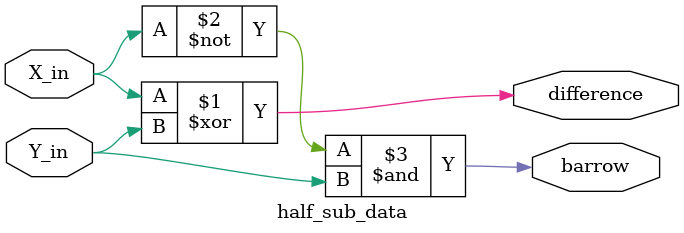
<source format=v>
module half_sub_data(output difference,barrow,input X_in, Y_in);
assign difference = X_in ^ Y_in;
assign barrow = ~X_in & Y_in;
endmodule

</source>
